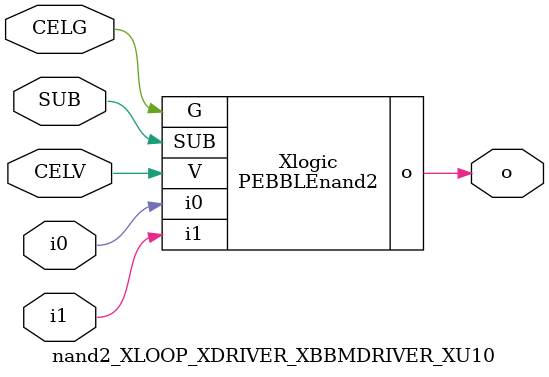
<source format=v>



module PEBBLEnand2 ( o, G, SUB, V, i0, i1 );

  input i0;
  input V;
  input i1;
  input G;
  output o;
  input SUB;
endmodule

//Celera Confidential Do Not Copy nand2_XLOOP_XDRIVER_XBBMDRIVER_XU10
//Celera Confidential Symbol Generator
//5V NAND2
module nand2_XLOOP_XDRIVER_XBBMDRIVER_XU10 (CELV,CELG,i0,i1,o,SUB);
input CELV;
input CELG;
input i0;
input i1;
input SUB;
output o;

//Celera Confidential Do Not Copy nand2
PEBBLEnand2 Xlogic(
.V (CELV),
.i0 (i0),
.i1 (i1),
.o (o),
.SUB (SUB),
.G (CELG)
);
//,diesize,PEBBLEnand2

//Celera Confidential Do Not Copy Module End
//Celera Schematic Generator
endmodule

</source>
